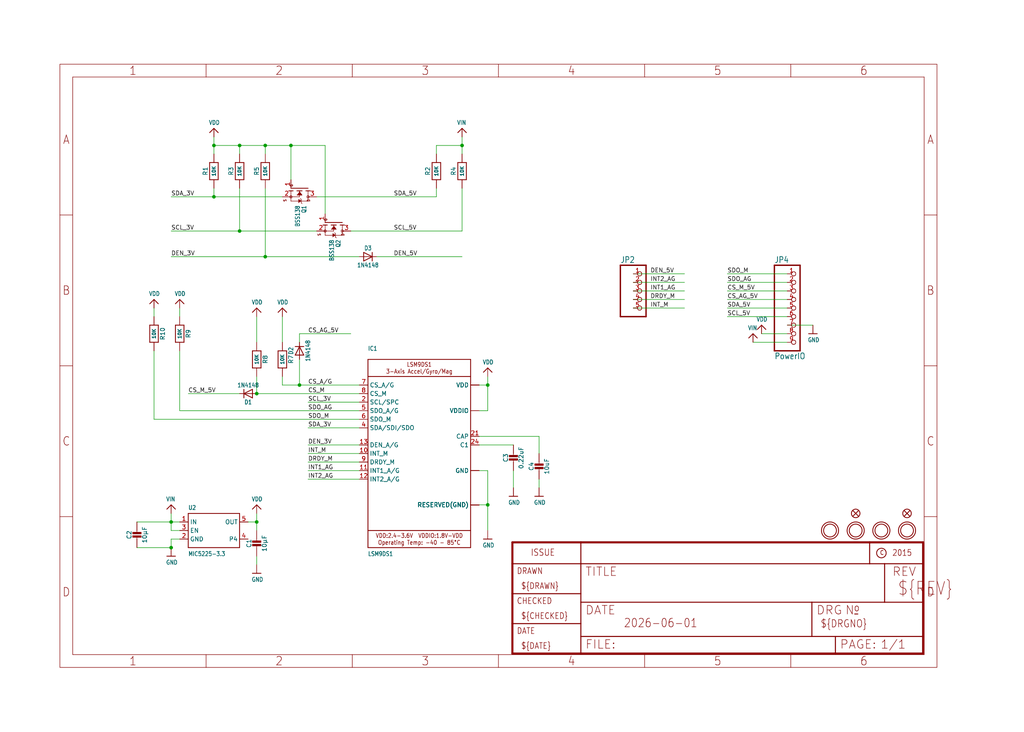
<source format=kicad_sch>
(kicad_sch (version 20230121) (generator eeschema)
  (paper "User" 303.962 217.322)
  (lib_symbols
    (symbol "working-eagle-import:CAP_CERAMIC0805-NOOUTLINE"
      (property "Reference" "C" (at -2.29 1.25 90))
      (symbol "CAP_CERAMIC0805-NOOUTLINE_1_0"
        (rectangle (start -1.27 0.508) (end 1.27 1.016) (fill (type outline)))
        (rectangle (start -1.27 1.524) (end 1.27 2.032) (fill (type outline)))
        (polyline (pts (xy 0 0.762) (xy 0 0)) (stroke (width 0.1524)))
        (polyline (pts (xy 0 2.54) (xy 0 1.778)) (stroke (width 0.1524)))
        (pin passive line (at 0 5.08 270) (length 2.54) (name "1") (number "1"))
        (pin passive line (at 0 -2.54 90) (length 2.54) (name "2") (number "2"))
      )
    )
    (symbol "working-eagle-import:CAP_CERAMIC0805_10MGAP"
      (property "Reference" "C" (at -2.29 1.25 90))
      (symbol "CAP_CERAMIC0805_10MGAP_1_0"
        (rectangle (start -1.27 0.508) (end 1.27 1.016) (fill (type outline)))
        (rectangle (start -1.27 1.524) (end 1.27 2.032) (fill (type outline)))
        (polyline (pts (xy 0 0.762) (xy 0 0)) (stroke (width 0.1524)))
        (polyline (pts (xy 0 2.54) (xy 0 1.778)) (stroke (width 0.1524)))
        (pin passive line (at 0 5.08 270) (length 2.54) (name "1") (number "1"))
        (pin passive line (at 0 -2.54 90) (length 2.54) (name "2") (number "2"))
      )
    )
    (symbol "working-eagle-import:DIODESOD-323"
      (property "Reference" "D" (at 0 2.54 0))
      (symbol "DIODESOD-323_1_0"
        (polyline (pts (xy -1.27 -1.27) (xy 1.27 0)) (stroke (width 0.254)))
        (polyline (pts (xy -1.27 1.27) (xy -1.27 -1.27)) (stroke (width 0.254)))
        (polyline (pts (xy 1.27 0) (xy -1.27 1.27)) (stroke (width 0.254)))
        (polyline (pts (xy 1.27 0) (xy 1.27 -1.27)) (stroke (width 0.254)))
        (polyline (pts (xy 1.27 1.27) (xy 1.27 0)) (stroke (width 0.254)))
        (pin passive line (at -2.54 0 0) (length 2.54) (name "A") (number "A"))
        (pin passive line (at 2.54 0 180) (length 2.54) (name "C") (number "C"))
      )
    )
    (symbol "working-eagle-import:FIDUCIAL{dblquote}{dblquote}"
      (symbol "FIDUCIAL{dblquote}{dblquote}_1_0"
        (polyline (pts (xy -0.762 0.762) (xy 0.762 -0.762)) (stroke (width 0.254)))
        (polyline (pts (xy 0.762 0.762) (xy -0.762 -0.762)) (stroke (width 0.254)))
        (circle (center 0 0) (radius 1.27) (stroke (width 0.254)))
      )
    )
    (symbol "working-eagle-import:FRAME_A4"
      (symbol "FRAME_A4_1_0"
        (polyline (pts (xy 0 44.7675) (xy 3.81 44.7675)))
        (polyline (pts (xy 0 89.535) (xy 3.81 89.535)))
        (polyline (pts (xy 0 134.3025) (xy 3.81 134.3025)))
        (polyline (pts (xy 3.81 3.81) (xy 3.81 175.26)))
        (polyline (pts (xy 43.3917 0) (xy 43.3917 3.81)))
        (polyline (pts (xy 43.3917 175.26) (xy 43.3917 179.07)))
        (polyline (pts (xy 86.7833 0) (xy 86.7833 3.81)))
        (polyline (pts (xy 86.7833 175.26) (xy 86.7833 179.07)))
        (polyline (pts (xy 130.175 0) (xy 130.175 3.81)))
        (polyline (pts (xy 130.175 175.26) (xy 130.175 179.07)))
        (polyline (pts (xy 173.5667 0) (xy 173.5667 3.81)))
        (polyline (pts (xy 173.5667 175.26) (xy 173.5667 179.07)))
        (polyline (pts (xy 216.9583 0) (xy 216.9583 3.81)))
        (polyline (pts (xy 216.9583 175.26) (xy 216.9583 179.07)))
        (polyline (pts (xy 256.54 3.81) (xy 3.81 3.81)))
        (polyline (pts (xy 256.54 3.81) (xy 256.54 8.89)) (stroke (width 0.1016)))
        (polyline (pts (xy 256.54 3.81) (xy 256.54 175.26)))
        (polyline (pts (xy 256.54 8.89) (xy 256.54 13.97)) (stroke (width 0.1016)))
        (polyline (pts (xy 256.54 13.97) (xy 256.54 19.05)) (stroke (width 0.1016)))
        (polyline (pts (xy 256.54 19.05) (xy 256.54 36.83)) (stroke (width 0.1016)))
        (polyline (pts (xy 256.54 44.7675) (xy 260.35 44.7675)))
        (polyline (pts (xy 256.54 89.535) (xy 260.35 89.535)))
        (polyline (pts (xy 256.54 134.3025) (xy 260.35 134.3025)))
        (polyline (pts (xy 256.54 175.26) (xy 3.81 175.26)))
        (polyline (pts (xy 0 0) (xy 260.35 0) (xy 260.35 179.07) (xy 0 179.07) (xy 0 0)))
        (text "1" (at 21.6958 1.905 0) (effects (font (size 2.54 2.286))))
        (text "1" (at 21.6958 177.165 0) (effects (font (size 2.54 2.286))))
        (text "2" (at 65.0875 1.905 0) (effects (font (size 2.54 2.286))))
        (text "2" (at 65.0875 177.165 0) (effects (font (size 2.54 2.286))))
        (text "3" (at 108.4792 1.905 0) (effects (font (size 2.54 2.286))))
        (text "3" (at 108.4792 177.165 0) (effects (font (size 2.54 2.286))))
        (text "4" (at 151.8708 1.905 0) (effects (font (size 2.54 2.286))))
        (text "4" (at 151.8708 177.165 0) (effects (font (size 2.54 2.286))))
        (text "5" (at 195.2625 1.905 0) (effects (font (size 2.54 2.286))))
        (text "5" (at 195.2625 177.165 0) (effects (font (size 2.54 2.286))))
        (text "6" (at 238.6542 1.905 0) (effects (font (size 2.54 2.286))))
        (text "6" (at 238.6542 177.165 0) (effects (font (size 2.54 2.286))))
        (text "A" (at 1.905 156.6863 0) (effects (font (size 2.54 2.286))))
        (text "A" (at 258.445 156.6863 0) (effects (font (size 2.54 2.286))))
        (text "B" (at 1.905 111.9188 0) (effects (font (size 2.54 2.286))))
        (text "B" (at 258.445 111.9188 0) (effects (font (size 2.54 2.286))))
        (text "C" (at 1.905 67.1513 0) (effects (font (size 2.54 2.286))))
        (text "C" (at 258.445 67.1513 0) (effects (font (size 2.54 2.286))))
        (text "D" (at 1.905 22.3838 0) (effects (font (size 2.54 2.286))))
        (text "D" (at 258.445 22.3838 0) (effects (font (size 2.54 2.286))))
      )
      (symbol "FRAME_A4_2_0"
        (polyline (pts (xy -0.3048 1.5748) (xy 20.0152 1.5748)) (stroke (width 0.6096)))
        (polyline (pts (xy -0.3048 10.4648) (xy -0.3048 1.5748)) (stroke (width 0.6096)))
        (polyline (pts (xy -0.3048 10.4648) (xy 20.0152 10.4648)) (stroke (width 0.3048)))
        (polyline (pts (xy -0.3048 19.3548) (xy -0.3048 10.4648)) (stroke (width 0.6096)))
        (polyline (pts (xy -0.3048 19.3548) (xy 20.0152 19.3548)) (stroke (width 0.3048)))
        (polyline (pts (xy -0.3048 28.2448) (xy -0.3048 19.3548)) (stroke (width 0.6096)))
        (polyline (pts (xy -0.3048 28.2448) (xy 20.0152 28.2448)) (stroke (width 0.3048)))
        (polyline (pts (xy -0.3048 34.5948) (xy -0.3048 28.2448)) (stroke (width 0.6096)))
        (polyline (pts (xy 20.0152 1.5748) (xy 20.0152 6.6548)) (stroke (width 0.3048)))
        (polyline (pts (xy 20.0152 1.5748) (xy 95.5802 1.5748)) (stroke (width 0.6096)))
        (polyline (pts (xy 20.0152 6.6548) (xy 20.0152 10.4648)) (stroke (width 0.3048)))
        (polyline (pts (xy 20.0152 6.6548) (xy 88.5952 6.6548)) (stroke (width 0.3048)))
        (polyline (pts (xy 20.0152 10.4648) (xy 20.0152 16.8148)) (stroke (width 0.3048)))
        (polyline (pts (xy 20.0152 16.8148) (xy 20.0152 19.3548)) (stroke (width 0.3048)))
        (polyline (pts (xy 20.0152 19.3548) (xy 20.0152 28.2448)) (stroke (width 0.3048)))
        (polyline (pts (xy 20.0152 28.2448) (xy 20.0152 34.5948)) (stroke (width 0.3048)))
        (polyline (pts (xy 20.0152 28.2448) (xy 105.7402 28.2448)) (stroke (width 0.3048)))
        (polyline (pts (xy 20.0152 34.5948) (xy -0.3048 34.5948)) (stroke (width 0.6096)))
        (polyline (pts (xy 88.5952 6.6548) (xy 95.5802 6.6548)) (stroke (width 0.3048)))
        (polyline (pts (xy 88.5952 16.8148) (xy 20.0152 16.8148)) (stroke (width 0.3048)))
        (polyline (pts (xy 88.5952 16.8148) (xy 88.5952 6.6548)) (stroke (width 0.3048)))
        (polyline (pts (xy 95.5802 1.5748) (xy 121.6152 1.5748)) (stroke (width 0.6096)))
        (polyline (pts (xy 95.5802 6.6548) (xy 95.5802 1.5748)) (stroke (width 0.3048)))
        (polyline (pts (xy 95.5802 6.6548) (xy 121.6152 6.6548)) (stroke (width 0.3048)))
        (polyline (pts (xy 101.2952 13.3223) (xy 102.2477 13.3223)) (stroke (width 0.254)))
        (polyline (pts (xy 105.7402 28.2448) (xy 105.7402 34.5948)) (stroke (width 0.3048)))
        (polyline (pts (xy 105.7402 28.2448) (xy 110.1852 28.2448)) (stroke (width 0.3048)))
        (polyline (pts (xy 105.7402 34.5948) (xy 20.0152 34.5948)) (stroke (width 0.6096)))
        (polyline (pts (xy 110.1852 16.8148) (xy 88.5952 16.8148)) (stroke (width 0.3048)))
        (polyline (pts (xy 110.1852 28.2448) (xy 110.1852 16.8148)) (stroke (width 0.3048)))
        (polyline (pts (xy 110.1852 28.2448) (xy 121.6152 28.2448)) (stroke (width 0.3048)))
        (polyline (pts (xy 121.6152 6.6548) (xy 121.6152 1.5748)) (stroke (width 0.6096)))
        (polyline (pts (xy 121.6152 16.8148) (xy 110.1852 16.8148)) (stroke (width 0.3048)))
        (polyline (pts (xy 121.6152 16.8148) (xy 121.6152 6.6548)) (stroke (width 0.6096)))
        (polyline (pts (xy 121.6152 28.2448) (xy 121.6152 16.8148)) (stroke (width 0.6096)))
        (polyline (pts (xy 121.6152 34.5948) (xy 105.7402 34.5948)) (stroke (width 0.6096)))
        (polyline (pts (xy 121.6152 34.5948) (xy 121.6152 28.2448)) (stroke (width 0.6096)))
        (circle (center 109.2327 31.4198) (radius 1.4199) (stroke (width 0.254)))
        (text "${#}/${##}" (at 108.9152 2.8448 0) (effects (font (size 2.54 2.54)) (justify left bottom)))
        (text "${CHECKED}" (at 2.2352 11.7348 0) (effects (font (size 1.778 1.5113)) (justify left bottom)))
        (text "${COMPANY}" (at 23.349 29.6735 0) (effects (font (size 3.175 2.6987) (thickness 0.5397) bold) (justify left bottom)))
        (text "${CURRENT_DATE}" (at 32.7152 9.1948 0) (effects (font (size 2.54 2.159)) (justify left bottom)))
        (text "${DATE}" (at 2.2352 2.8448 0) (effects (font (size 1.778 1.5113)) (justify left bottom)))
        (text "${DRAWN}" (at 2.2352 20.6248 0) (effects (font (size 1.778 1.5113)) (justify left bottom)))
        (text "${DRGNO}" (at 91.1352 9.1948 0) (effects (font (size 2.1844 1.8567)) (justify left bottom)))
        (text "${PROJECTNAME}" (at 33.0327 2.8448 0) (effects (font (size 2.54 2.159)) (justify left bottom)))
        (text "${REV}" (at 113.9952 18.7198 0) (effects (font (size 3.81 3.2385)) (justify left bottom)))
        (text "2015" (at 112.4077 30.4673 0) (effects (font (size 1.778 1.5113)) (justify left bottom)))
        (text "C" (at 108.7564 30.7848 0) (effects (font (size 1.27 1.0795)) (justify left bottom)))
        (text "CHECKED" (at 0.9652 16.1798 0) (effects (font (size 1.778 1.5113)) (justify left bottom)))
        (text "DATE" (at 0.9652 7.2898 0) (effects (font (size 1.778 1.5113)) (justify left bottom)))
        (text "DATE" (at 21.2852 13.0048 0) (effects (font (size 2.54 2.54)) (justify left bottom)))
        (text "DRAWN" (at 0.9652 25.0698 0) (effects (font (size 1.778 1.5113)) (justify left bottom)))
        (text "DRG" (at 89.8652 13.0048 0) (effects (font (size 2.54 2.54)) (justify left bottom)))
        (text "FILE:" (at 21.2852 2.8448 0) (effects (font (size 2.54 2.54)) (justify left bottom)))
        (text "ISSUE" (at 5.0927 30.4673 0) (effects (font (size 1.9304 1.6408)) (justify left bottom)))
        (text "N" (at 98.4377 13.0048 0) (effects (font (size 2.54 2.54)) (justify left bottom)))
        (text "o" (at 100.9777 13.9573 0) (effects (font (size 2.1844 1.8567)) (justify left bottom)))
        (text "PAGE:" (at 96.8502 2.8448 0) (effects (font (size 2.54 2.54)) (justify left bottom)))
        (text "REV" (at 112.4077 24.4348 0) (effects (font (size 2.54 2.54)) (justify left bottom)))
        (text "TITLE" (at 21.2852 24.4348 0) (effects (font (size 2.54 2.54)) (justify left bottom)))
      )
    )
    (symbol "working-eagle-import:GND" (power)
      (property "Value" "GND" (at -1.524 -2.54 0))
      (symbol "GND_1_0"
        (polyline (pts (xy -1.27 0) (xy 1.27 0)) (stroke (width 0.254)))
        (pin power_in line (at 0 2.54 270) (length 2.54) (name "GND") (number "1"))
      )
    )
    (symbol "working-eagle-import:HEADER-1X570MIL"
      (property "Reference" "JP" (at -6.35 8.255 0))
      (symbol "HEADER-1X570MIL_1_0"
        (polyline (pts (xy -6.35 -7.62) (xy 1.27 -7.62)) (stroke (width 0.4064)))
        (polyline (pts (xy -6.35 7.62) (xy -6.35 -7.62)) (stroke (width 0.4064)))
        (polyline (pts (xy 1.27 -7.62) (xy 1.27 7.62)) (stroke (width 0.4064)))
        (polyline (pts (xy 1.27 7.62) (xy -6.35 7.62)) (stroke (width 0.4064)))
        (pin passive inverted (at -2.54 5.08 0) (length 2.54) (name "1") (number "1"))
        (pin passive inverted (at -2.54 2.54 0) (length 2.54) (name "2") (number "2"))
        (pin passive inverted (at -2.54 0 0) (length 2.54) (name "3") (number "3"))
        (pin passive inverted (at -2.54 -2.54 0) (length 2.54) (name "4") (number "4"))
        (pin passive inverted (at -2.54 -5.08 0) (length 2.54) (name "5") (number "5"))
      )
    )
    (symbol "working-eagle-import:HEADER-1X970MIL"
      (property "Reference" "JP" (at -6.35 13.335 0))
      (symbol "HEADER-1X970MIL_1_0"
        (polyline (pts (xy -6.35 -12.7) (xy 1.27 -12.7)) (stroke (width 0.4064)))
        (polyline (pts (xy -6.35 12.7) (xy -6.35 -12.7)) (stroke (width 0.4064)))
        (polyline (pts (xy 1.27 -12.7) (xy 1.27 12.7)) (stroke (width 0.4064)))
        (polyline (pts (xy 1.27 12.7) (xy -6.35 12.7)) (stroke (width 0.4064)))
        (pin passive inverted (at -2.54 10.16 0) (length 2.54) (name "1") (number "1"))
        (pin passive inverted (at -2.54 7.62 0) (length 2.54) (name "2") (number "2"))
        (pin passive inverted (at -2.54 5.08 0) (length 2.54) (name "3") (number "3"))
        (pin passive inverted (at -2.54 2.54 0) (length 2.54) (name "4") (number "4"))
        (pin passive inverted (at -2.54 0 0) (length 2.54) (name "5") (number "5"))
        (pin passive inverted (at -2.54 -2.54 0) (length 2.54) (name "6") (number "6"))
        (pin passive inverted (at -2.54 -5.08 0) (length 2.54) (name "7") (number "7"))
        (pin passive inverted (at -2.54 -7.62 0) (length 2.54) (name "8") (number "8"))
        (pin passive inverted (at -2.54 -10.16 0) (length 2.54) (name "9") (number "9"))
      )
    )
    (symbol "working-eagle-import:LSM9DS1"
      (property "Reference" "IC" (at -15.24 27.94 0))
      (symbol "LSM9DS1_1_0"
        (polyline (pts (xy -15.24 -30.48) (xy 15.24 -30.48)) (stroke (width 0.254)))
        (polyline (pts (xy -15.24 -25.4) (xy -15.24 -30.48)) (stroke (width 0.254)))
        (polyline (pts (xy -15.24 -25.4) (xy -15.24 20.32)) (stroke (width 0.254)))
        (polyline (pts (xy -15.24 20.32) (xy -15.24 25.4)) (stroke (width 0.254)))
        (polyline (pts (xy -15.24 20.32) (xy 15.24 20.32)) (stroke (width 0.254)))
        (polyline (pts (xy -15.24 25.4) (xy 15.24 25.4)) (stroke (width 0.254)))
        (polyline (pts (xy 15.24 -30.48) (xy 15.24 -25.4)) (stroke (width 0.254)))
        (polyline (pts (xy 15.24 -25.4) (xy -15.24 -25.4)) (stroke (width 0.254)))
        (polyline (pts (xy 15.24 20.32) (xy 15.24 -25.4)) (stroke (width 0.254)))
        (polyline (pts (xy 15.24 25.4) (xy 15.24 20.32)) (stroke (width 0.254)))
        (text "LSM9DS1\n3-Axis Accel/Gyro/Mag" (at 0 22.86 0) (effects (font (size 1.27 1.0795))))
        (text "VDD:2.4-3.6V  VDDIO:1.8V-VDD\nOperating Temp: -40 - 85°C" (at 0 -27.94 0) (effects (font (size 1.27 1.0795))))
        (pin power_in line (at 17.78 10.16 180) (length 2.54) (name "VDDIO") (number "1"))
        (pin bidirectional line (at -17.78 -2.54 0) (length 2.54) (name "INT_M") (number "10"))
        (pin bidirectional line (at -17.78 -7.62 0) (length 2.54) (name "INT1_A/G") (number "11"))
        (pin bidirectional line (at -17.78 -10.16 0) (length 2.54) (name "INT2_A/G") (number "12"))
        (pin bidirectional line (at -17.78 0 0) (length 2.54) (name "DEN_A/G") (number "13"))
        (pin power_in line (at 17.78 -17.78 180) (length 2.54) (name "RESERVED(GND)") (number "14"))
        (pin power_in line (at 17.78 -17.78 180) (length 2.54) (name "RESERVED(GND)") (number "15"))
        (pin power_in line (at 17.78 -17.78 180) (length 2.54) (name "RESERVED(GND)") (number "16"))
        (pin power_in line (at 17.78 -17.78 180) (length 2.54) (name "RESERVED(GND)") (number "17"))
        (pin power_in line (at 17.78 -17.78 180) (length 2.54) (name "RESERVED(GND)") (number "18"))
        (pin power_in line (at 17.78 -7.62 180) (length 2.54) (name "GND") (number "19"))
        (pin bidirectional line (at -17.78 12.7 0) (length 2.54) (name "SCL/SPC") (number "2"))
        (pin power_in line (at 17.78 -7.62 180) (length 2.54) (name "GND") (number "20"))
        (pin bidirectional line (at 17.78 2.54 180) (length 2.54) (name "CAP") (number "21"))
        (pin power_in line (at 17.78 17.78 180) (length 2.54) (name "VDD") (number "22"))
        (pin power_in line (at 17.78 17.78 180) (length 2.54) (name "VDD") (number "23"))
        (pin bidirectional line (at 17.78 0 180) (length 2.54) (name "C1") (number "24"))
        (pin power_in line (at 17.78 10.16 180) (length 2.54) (name "VDDIO") (number "3"))
        (pin bidirectional line (at -17.78 5.08 0) (length 2.54) (name "SDA/SDI/SDO") (number "4"))
        (pin bidirectional line (at -17.78 10.16 0) (length 2.54) (name "SDO_A/G") (number "5"))
        (pin bidirectional line (at -17.78 7.62 0) (length 2.54) (name "SDO_M") (number "6"))
        (pin bidirectional line (at -17.78 17.78 0) (length 2.54) (name "CS_A/G") (number "7"))
        (pin bidirectional line (at -17.78 15.24 0) (length 2.54) (name "CS_M") (number "8"))
        (pin bidirectional line (at -17.78 -5.08 0) (length 2.54) (name "DRDY_M") (number "9"))
      )
    )
    (symbol "working-eagle-import:MOSFET-NWIDE"
      (property "Reference" "Q" (at 5.08 0.635 0))
      (symbol "MOSFET-NWIDE_1_0"
        (polyline (pts (xy 0 2.54) (xy 0 -2.54)) (stroke (width 0.254)))
        (polyline (pts (xy 0.762 -2.54) (xy 0.762 -3.175)) (stroke (width 0.254)))
        (polyline (pts (xy 0.762 -1.905) (xy 0.762 -2.54)) (stroke (width 0.254)))
        (polyline (pts (xy 0.762 0) (xy 0.762 -0.762)) (stroke (width 0.254)))
        (polyline (pts (xy 0.762 0) (xy 2.54 0)) (stroke (width 0.1524)))
        (polyline (pts (xy 0.762 0.762) (xy 0.762 0)) (stroke (width 0.254)))
        (polyline (pts (xy 0.762 2.54) (xy 0.762 1.905)) (stroke (width 0.254)))
        (polyline (pts (xy 0.762 2.54) (xy 3.81 2.54)) (stroke (width 0.1524)))
        (polyline (pts (xy 0.762 3.175) (xy 0.762 2.54)) (stroke (width 0.254)))
        (polyline (pts (xy 2.54 -2.54) (xy 0.762 -2.54)) (stroke (width 0.1524)))
        (polyline (pts (xy 2.54 -2.54) (xy 3.81 -2.54)) (stroke (width 0.1524)))
        (polyline (pts (xy 2.54 0) (xy 2.54 -2.54)) (stroke (width 0.1524)))
        (polyline (pts (xy 3.302 0.508) (xy 3.048 0.254)) (stroke (width 0.1524)))
        (polyline (pts (xy 3.81 0.508) (xy 3.302 0.508)) (stroke (width 0.1524)))
        (polyline (pts (xy 3.81 0.508) (xy 3.81 -2.54)) (stroke (width 0.1524)))
        (polyline (pts (xy 3.81 2.54) (xy 3.81 0.508)) (stroke (width 0.1524)))
        (polyline (pts (xy 4.318 0.508) (xy 3.81 0.508)) (stroke (width 0.1524)))
        (polyline (pts (xy 4.572 0.762) (xy 4.318 0.508)) (stroke (width 0.1524)))
        (polyline (pts (xy 1.016 0) (xy 2.032 0.762) (xy 2.032 -0.762)) (stroke (width 0.1524)) (fill (type outline)))
        (polyline (pts (xy 3.81 0.508) (xy 3.302 -0.254) (xy 4.318 -0.254)) (stroke (width 0.1524)) (fill (type outline)))
        (circle (center 2.54 -2.54) (radius 0.3592))
        (circle (center 2.54 2.54) (radius 0.3592))
        (text "D" (at 3.175 3.175 0) (effects (font (size 0.8128 0.6908)) (justify left bottom)))
        (text "G" (at -1.27 -1.905 0) (effects (font (size 0.8128 0.6908)) (justify left bottom)))
        (text "S" (at 3.175 -3.81 0) (effects (font (size 0.8128 0.6908)) (justify left bottom)))
        (pin bidirectional line (at -2.54 -2.54 0) (length 2.54) (name "G") (number "1"))
        (pin bidirectional line (at 2.54 -5.08 90) (length 2.54) (name "S") (number "2"))
        (pin bidirectional line (at 2.54 5.08 270) (length 2.54) (name "D") (number "3"))
      )
    )
    (symbol "working-eagle-import:MOUNTINGHOLE2.5"
      (symbol "MOUNTINGHOLE2.5_1_0"
        (circle (center 0 0) (radius 1.905) (stroke (width 0.254)))
        (circle (center 0 0) (radius 2.54) (stroke (width 0.254)))
      )
    )
    (symbol "working-eagle-import:RESISTOR0805_10MGAP"
      (property "Reference" "R" (at 0 2.54 0))
      (symbol "RESISTOR0805_10MGAP_1_0"
        (polyline (pts (xy -2.54 -1.27) (xy -2.54 1.27)) (stroke (width 0.254)))
        (polyline (pts (xy -2.54 1.27) (xy 2.54 1.27)) (stroke (width 0.254)))
        (polyline (pts (xy 2.54 -1.27) (xy -2.54 -1.27)) (stroke (width 0.254)))
        (polyline (pts (xy 2.54 1.27) (xy 2.54 -1.27)) (stroke (width 0.254)))
        (pin passive line (at -5.08 0 0) (length 2.54) (name "1") (number "1"))
        (pin passive line (at 5.08 0 180) (length 2.54) (name "2") (number "2"))
      )
    )
    (symbol "working-eagle-import:RESISTOR0805_NOOUTLINE"
      (property "Reference" "R" (at 0 2.54 0))
      (symbol "RESISTOR0805_NOOUTLINE_1_0"
        (polyline (pts (xy -2.54 -1.27) (xy -2.54 1.27)) (stroke (width 0.254)))
        (polyline (pts (xy -2.54 1.27) (xy 2.54 1.27)) (stroke (width 0.254)))
        (polyline (pts (xy 2.54 -1.27) (xy -2.54 -1.27)) (stroke (width 0.254)))
        (polyline (pts (xy 2.54 1.27) (xy 2.54 -1.27)) (stroke (width 0.254)))
        (pin passive line (at -5.08 0 0) (length 2.54) (name "1") (number "1"))
        (pin passive line (at 5.08 0 180) (length 2.54) (name "2") (number "2"))
      )
    )
    (symbol "working-eagle-import:VDD" (power)
      (property "Value" "VDD" (at -1.524 1.016 0))
      (symbol "VDD_1_0"
        (polyline (pts (xy -1.27 -1.27) (xy 0 0)) (stroke (width 0.254)))
        (polyline (pts (xy 0 0) (xy 1.27 -1.27)) (stroke (width 0.254)))
        (pin power_in line (at 0 -2.54 90) (length 2.54) (name "VDD") (number "1"))
      )
    )
    (symbol "working-eagle-import:VIN" (power)
      (property "Value" "VIN" (at -1.524 1.016 0))
      (symbol "VIN_1_0"
        (polyline (pts (xy -1.27 -1.27) (xy 0 0)) (stroke (width 0.254)))
        (polyline (pts (xy 0 0) (xy 1.27 -1.27)) (stroke (width 0.254)))
        (pin power_in line (at 0 -2.54 90) (length 2.54) (name "VIN") (number "1"))
      )
    )
    (symbol "working-eagle-import:VREG_SOT23-5"
      (property "Reference" "U" (at -7.62 6.096 0))
      (symbol "VREG_SOT23-5_1_0"
        (polyline (pts (xy -7.62 -5.08) (xy -7.62 5.08)) (stroke (width 0.254)))
        (polyline (pts (xy -7.62 5.08) (xy 7.62 5.08)) (stroke (width 0.254)))
        (polyline (pts (xy 7.62 -5.08) (xy -7.62 -5.08)) (stroke (width 0.254)))
        (polyline (pts (xy 7.62 5.08) (xy 7.62 -5.08)) (stroke (width 0.254)))
        (pin power_in line (at -10.16 2.54 0) (length 2.54) (name "IN") (number "1"))
        (pin power_in line (at -10.16 -2.54 0) (length 2.54) (name "GND") (number "2"))
        (pin input line (at -10.16 0 0) (length 2.54) (name "EN") (number "3"))
        (pin bidirectional line (at 10.16 -2.54 180) (length 2.54) (name "P4") (number "4"))
        (pin power_in line (at 10.16 2.54 180) (length 2.54) (name "OUT") (number "5"))
      )
    )
  )
  (junction (at 50.8 162.56))
  (junction (at 144.78 114.3))
  (junction (at 78.74 43.18))
  (junction (at 63.5 58.42))
  (junction (at 71.12 68.58))
  (junction (at 76.2 154.94))
  (junction (at 88.9 114.3))
  (junction (at 86.36 43.18))
  (junction (at 137.16 43.18))
  (junction (at 78.74 76.2))
  (junction (at 144.78 149.86))
  (junction (at 76.2 116.84))
  (junction (at 63.5 43.18))
  (junction (at 71.12 43.18))
  (junction (at 50.8 154.94))
  (wire (pts (xy 76.2 116.84) (xy 76.2 111.76)) (stroke (width 0.1524)))
  (wire (pts (xy 63.5 58.42) (xy 50.8 58.42)) (stroke (width 0.1524)))
  (wire (pts (xy 142.24 132.08) (xy 152.4 132.08)) (stroke (width 0.1524)))
  (wire (pts (xy 53.34 160.02) (xy 50.8 160.02)) (stroke (width 0.1524)))
  (wire (pts (xy 93.98 68.58) (xy 71.12 68.58)) (stroke (width 0.1524)))
  (wire (pts (xy 203.2 91.44) (xy 187.96 91.44)) (stroke (width 0.1524)))
  (wire (pts (xy 233.68 96.52) (xy 241.3 96.52)) (stroke (width 0.1524)))
  (wire (pts (xy 160.02 142.24) (xy 160.02 144.78)) (stroke (width 0.1524)))
  (wire (pts (xy 106.68 114.3) (xy 88.9 114.3)) (stroke (width 0.1524)))
  (wire (pts (xy 83.82 114.3) (xy 83.82 111.76)) (stroke (width 0.1524)))
  (wire (pts (xy 88.9 99.06) (xy 104.14 99.06)) (stroke (width 0.1524)))
  (wire (pts (xy 63.5 55.88) (xy 63.5 58.42)) (stroke (width 0.1524)))
  (wire (pts (xy 187.96 81.28) (xy 203.2 81.28)) (stroke (width 0.1524)))
  (wire (pts (xy 50.8 160.02) (xy 50.8 162.56)) (stroke (width 0.1524)))
  (wire (pts (xy 106.68 116.84) (xy 76.2 116.84)) (stroke (width 0.1524)))
  (wire (pts (xy 144.78 121.92) (xy 144.78 114.3)) (stroke (width 0.1524)))
  (wire (pts (xy 40.64 162.56) (xy 50.8 162.56)) (stroke (width 0.1524)))
  (wire (pts (xy 106.68 76.2) (xy 78.74 76.2)) (stroke (width 0.1524)))
  (wire (pts (xy 86.36 43.18) (xy 78.74 43.18)) (stroke (width 0.1524)))
  (wire (pts (xy 93.98 58.42) (xy 129.54 58.42)) (stroke (width 0.1524)))
  (wire (pts (xy 96.52 43.18) (xy 86.36 43.18)) (stroke (width 0.1524)))
  (wire (pts (xy 106.68 139.7) (xy 91.44 139.7)) (stroke (width 0.1524)))
  (wire (pts (xy 76.2 165.1) (xy 76.2 167.64)) (stroke (width 0.1524)))
  (wire (pts (xy 50.8 157.48) (xy 50.8 154.94)) (stroke (width 0.1524)))
  (wire (pts (xy 53.34 93.98) (xy 53.34 91.44)) (stroke (width 0.1524)))
  (wire (pts (xy 88.9 114.3) (xy 88.9 106.68)) (stroke (width 0.1524)))
  (wire (pts (xy 152.4 144.78) (xy 152.4 139.7)) (stroke (width 0.1524)))
  (wire (pts (xy 223.52 101.6) (xy 233.68 101.6)) (stroke (width 0.1524)))
  (wire (pts (xy 71.12 68.58) (xy 50.8 68.58)) (stroke (width 0.1524)))
  (wire (pts (xy 78.74 43.18) (xy 78.74 45.72)) (stroke (width 0.1524)))
  (wire (pts (xy 137.16 45.72) (xy 137.16 43.18)) (stroke (width 0.1524)))
  (wire (pts (xy 111.76 76.2) (xy 137.16 76.2)) (stroke (width 0.1524)))
  (wire (pts (xy 233.68 93.98) (xy 215.9 93.98)) (stroke (width 0.1524)))
  (wire (pts (xy 96.52 63.5) (xy 96.52 43.18)) (stroke (width 0.1524)))
  (wire (pts (xy 83.82 101.6) (xy 83.82 93.98)) (stroke (width 0.1524)))
  (wire (pts (xy 137.16 68.58) (xy 137.16 55.88)) (stroke (width 0.1524)))
  (wire (pts (xy 142.24 149.86) (xy 144.78 149.86)) (stroke (width 0.1524)))
  (wire (pts (xy 144.78 114.3) (xy 144.78 111.76)) (stroke (width 0.1524)))
  (wire (pts (xy 106.68 137.16) (xy 91.44 137.16)) (stroke (width 0.1524)))
  (wire (pts (xy 83.82 114.3) (xy 88.9 114.3)) (stroke (width 0.1524)))
  (wire (pts (xy 88.9 101.6) (xy 88.9 99.06)) (stroke (width 0.1524)))
  (wire (pts (xy 76.2 101.6) (xy 76.2 93.98)) (stroke (width 0.1524)))
  (wire (pts (xy 142.24 139.7) (xy 144.78 139.7)) (stroke (width 0.1524)))
  (wire (pts (xy 78.74 43.18) (xy 71.12 43.18)) (stroke (width 0.1524)))
  (wire (pts (xy 78.74 76.2) (xy 50.8 76.2)) (stroke (width 0.1524)))
  (wire (pts (xy 142.24 121.92) (xy 144.78 121.92)) (stroke (width 0.1524)))
  (wire (pts (xy 73.66 154.94) (xy 76.2 154.94)) (stroke (width 0.1524)))
  (wire (pts (xy 40.64 154.94) (xy 50.8 154.94)) (stroke (width 0.1524)))
  (wire (pts (xy 86.36 53.34) (xy 86.36 43.18)) (stroke (width 0.1524)))
  (wire (pts (xy 45.72 93.98) (xy 45.72 91.44)) (stroke (width 0.1524)))
  (wire (pts (xy 106.68 134.62) (xy 91.44 134.62)) (stroke (width 0.1524)))
  (wire (pts (xy 203.2 83.82) (xy 187.96 83.82)) (stroke (width 0.1524)))
  (wire (pts (xy 106.68 124.46) (xy 45.72 124.46)) (stroke (width 0.1524)))
  (wire (pts (xy 142.24 114.3) (xy 144.78 114.3)) (stroke (width 0.1524)))
  (wire (pts (xy 106.68 142.24) (xy 91.44 142.24)) (stroke (width 0.1524)))
  (wire (pts (xy 63.5 43.18) (xy 63.5 40.64)) (stroke (width 0.1524)))
  (wire (pts (xy 104.14 68.58) (xy 137.16 68.58)) (stroke (width 0.1524)))
  (wire (pts (xy 106.68 132.08) (xy 91.44 132.08)) (stroke (width 0.1524)))
  (wire (pts (xy 53.34 121.92) (xy 53.34 104.14)) (stroke (width 0.1524)))
  (wire (pts (xy 106.68 121.92) (xy 53.34 121.92)) (stroke (width 0.1524)))
  (wire (pts (xy 50.8 154.94) (xy 50.8 152.4)) (stroke (width 0.1524)))
  (wire (pts (xy 137.16 43.18) (xy 137.16 40.64)) (stroke (width 0.1524)))
  (wire (pts (xy 45.72 124.46) (xy 45.72 104.14)) (stroke (width 0.1524)))
  (wire (pts (xy 76.2 154.94) (xy 76.2 152.4)) (stroke (width 0.1524)))
  (wire (pts (xy 129.54 58.42) (xy 129.54 55.88)) (stroke (width 0.1524)))
  (wire (pts (xy 83.82 58.42) (xy 63.5 58.42)) (stroke (width 0.1524)))
  (wire (pts (xy 106.68 127) (xy 91.44 127)) (stroke (width 0.1524)))
  (wire (pts (xy 203.2 88.9) (xy 187.96 88.9)) (stroke (width 0.1524)))
  (wire (pts (xy 215.9 86.36) (xy 233.68 86.36)) (stroke (width 0.1524)))
  (wire (pts (xy 71.12 116.84) (xy 55.88 116.84)) (stroke (width 0.1524)))
  (wire (pts (xy 106.68 119.38) (xy 91.44 119.38)) (stroke (width 0.1524)))
  (wire (pts (xy 78.74 76.2) (xy 78.74 55.88)) (stroke (width 0.1524)))
  (wire (pts (xy 53.34 157.48) (xy 50.8 157.48)) (stroke (width 0.1524)))
  (wire (pts (xy 63.5 45.72) (xy 63.5 43.18)) (stroke (width 0.1524)))
  (wire (pts (xy 76.2 154.94) (xy 76.2 157.48)) (stroke (width 0.1524)))
  (wire (pts (xy 233.68 91.44) (xy 215.9 91.44)) (stroke (width 0.1524)))
  (wire (pts (xy 71.12 45.72) (xy 71.12 43.18)) (stroke (width 0.1524)))
  (wire (pts (xy 129.54 43.18) (xy 137.16 43.18)) (stroke (width 0.1524)))
  (wire (pts (xy 144.78 149.86) (xy 144.78 157.48)) (stroke (width 0.1524)))
  (wire (pts (xy 71.12 43.18) (xy 63.5 43.18)) (stroke (width 0.1524)))
  (wire (pts (xy 144.78 139.7) (xy 144.78 149.86)) (stroke (width 0.1524)))
  (wire (pts (xy 233.68 83.82) (xy 215.9 83.82)) (stroke (width 0.1524)))
  (wire (pts (xy 129.54 45.72) (xy 129.54 43.18)) (stroke (width 0.1524)))
  (wire (pts (xy 142.24 129.54) (xy 160.02 129.54)) (stroke (width 0.1524)))
  (wire (pts (xy 71.12 55.88) (xy 71.12 68.58)) (stroke (width 0.1524)))
  (wire (pts (xy 53.34 154.94) (xy 50.8 154.94)) (stroke (width 0.1524)))
  (wire (pts (xy 203.2 86.36) (xy 187.96 86.36)) (stroke (width 0.1524)))
  (wire (pts (xy 233.68 88.9) (xy 215.9 88.9)) (stroke (width 0.1524)))
  (wire (pts (xy 233.68 81.28) (xy 215.9 81.28)) (stroke (width 0.1524)))
  (wire (pts (xy 160.02 129.54) (xy 160.02 134.62)) (stroke (width 0.1524)))
  (wire (pts (xy 226.06 99.06) (xy 233.68 99.06)) (stroke (width 0.1524)))
  (label "SDO_AG" (at 91.44 121.92 0) (effects (font (size 1.2446 1.2446))))
  (label "CS_M" (at 91.44 116.84 0) (effects (font (size 1.2446 1.2446))))
  (label "DRDY_M" (at 193.04 88.9 0) (effects (font (size 1.2446 1.2446))))
  (label "SDA_3V" (at 91.44 127 0) (effects (font (size 1.2446 1.2446))))
  (label "DEN_5V" (at 193.04 81.28 0) (effects (font (size 1.2446 1.2446))))
  (label "CS_M_5V" (at 55.88 116.84 0) (effects (font (size 1.2446 1.2446))))
  (label "INT1_AG" (at 91.44 139.7 0) (effects (font (size 1.2446 1.2446))))
  (label "SDO_M" (at 91.44 124.46 0) (effects (font (size 1.2446 1.2446))))
  (label "SDA_5V" (at 116.84 58.42 0) (effects (font (size 1.2446 1.2446))))
  (label "CS_A/G" (at 91.44 114.3 0) (effects (font (size 1.2446 1.2446))))
  (label "SCL_3V" (at 50.8 68.58 0) (effects (font (size 1.2446 1.2446))))
  (label "DEN_3V" (at 50.8 76.2 0) (effects (font (size 1.2446 1.2446))))
  (label "INT1_AG" (at 193.04 86.36 0) (effects (font (size 1.2446 1.2446))))
  (label "CS_AG_5V" (at 215.9 88.9 0) (effects (font (size 1.2446 1.2446))))
  (label "SDO_M" (at 215.9 81.28 0) (effects (font (size 1.2446 1.2446))))
  (label "INT_M" (at 91.44 134.62 0) (effects (font (size 1.2446 1.2446))))
  (label "CS_AG_5V" (at 91.44 99.06 0) (effects (font (size 1.2446 1.2446))))
  (label "DEN_5V" (at 116.84 76.2 0) (effects (font (size 1.2446 1.2446))))
  (label "INT_M" (at 193.04 91.44 0) (effects (font (size 1.2446 1.2446))))
  (label "DEN_3V" (at 91.44 132.08 0) (effects (font (size 1.2446 1.2446))))
  (label "CS_M_5V" (at 215.9 86.36 0) (effects (font (size 1.2446 1.2446))))
  (label "DRDY_M" (at 91.44 137.16 0) (effects (font (size 1.2446 1.2446))))
  (label "SDA_3V" (at 50.8 58.42 0) (effects (font (size 1.2446 1.2446))))
  (label "INT2_AG" (at 91.44 142.24 0) (effects (font (size 1.2446 1.2446))))
  (label "SCL_5V" (at 215.9 93.98 0) (effects (font (size 1.2446 1.2446))))
  (label "SCL_5V" (at 116.84 68.58 0) (effects (font (size 1.2446 1.2446))))
  (label "SDA_5V" (at 215.9 91.44 0) (effects (font (size 1.2446 1.2446))))
  (label "SDO_AG" (at 215.9 83.82 0) (effects (font (size 1.2446 1.2446))))
  (label "INT2_AG" (at 193.04 83.82 0) (effects (font (size 1.2446 1.2446))))
  (label "SCL_3V" (at 91.44 119.38 0) (effects (font (size 1.2446 1.2446))))
  (symbol (lib_id "working-eagle-import:MOUNTINGHOLE2.5") (at 254 157.48 0) (unit 1)
    (property "Reference" "U$6" (effects hide))
    (property "Value" "MOUNTINGHOLE2.5" (effects hide))
    (property "Footprint" "working:MOUNTINGHOLE_2.5_PLATED" (effects hide))
  )
  (symbol (lib_id "working-eagle-import:MOUNTINGHOLE2.5") (at 269.24 157.48 0) (unit 1)
    (property "Reference" "U$4" (effects hide))
    (property "Value" "MOUNTINGHOLE2.5" (effects hide))
    (property "Footprint" "working:MOUNTINGHOLE_2.5_PLATED" (effects hide))
  )
  (symbol (lib_id "working-eagle-import:RESISTOR0805_NOOUTLINE") (at 71.12 50.8 90) (unit 1)
    (property "Reference" "R3" (at 68.58 50.8 0))
    (property "Value" "10K" (at 71.12 50.8 0) (effects (font (size 1.016 1.016) bold)))
    (property "Footprint" "working:0805-NO" (effects hide))
  )
  (symbol (lib_id "working-eagle-import:FRAME_A4") (at 17.78 198.12 0) (unit 1)
    (property "Reference" "#FRAME1" (effects hide))
    (property "Value" "FRAME_A4" (effects hide))
  )
  (symbol (lib_id "working-eagle-import:RESISTOR0805_10MGAP") (at 63.5 50.8 90) (unit 1)
    (property "Reference" "R1" (at 60.96 50.8 0))
    (property "Value" "10K" (at 63.5 50.8 0) (effects (font (size 1.016 1.016) bold)))
    (property "Footprint" "working:0805_10MGAP" (effects hide))
  )
  (symbol (lib_id "working-eagle-import:HEADER-1X970MIL") (at 236.22 91.44 0) (unit 1)
    (property "Reference" "JP4" (at 229.87 78.105 0) (effects (font (size 1.778 1.5113)) (justify left bottom)))
    (property "Value" "PowerIO" (at 229.87 106.68 0) (effects (font (size 1.778 1.5113)) (justify left bottom)))
    (property "Footprint" "working:1X09_ROUND_70" (effects hide))
  )
  (symbol (lib_id "working-eagle-import:MOSFET-NWIDE") (at 99.06 66.04 270) (unit 1)
    (property "Reference" "Q2" (at 99.695 71.12 0) (effects (font (size 1.27 1.0795)) (justify left bottom)))
    (property "Value" "BSS138" (at 97.79 71.12 0) (effects (font (size 1.27 1.0795)) (justify left bottom)))
    (property "Footprint" "working:SOT23-WIDE" (effects hide))
  )
  (symbol (lib_id "working-eagle-import:RESISTOR0805_NOOUTLINE") (at 129.54 50.8 90) (unit 1)
    (property "Reference" "R2" (at 127 50.8 0))
    (property "Value" "10K" (at 129.54 50.8 0) (effects (font (size 1.016 1.016) bold)))
    (property "Footprint" "working:0805-NO" (effects hide))
  )
  (symbol (lib_id "working-eagle-import:HEADER-1X570MIL") (at 190.5 86.36 0) (unit 1)
    (property "Reference" "JP2" (at 184.15 78.105 0) (effects (font (size 1.778 1.5113)) (justify left bottom)))
    (property "Value" "HEADER-1X570MIL" (effects hide))
    (property "Footprint" "working:1X05_ROUND_70" (effects hide))
  )
  (symbol (lib_id "working-eagle-import:VIN") (at 137.16 38.1 0) (unit 1)
    (property "Reference" "#U$15" (effects hide))
    (property "Value" "VIN" (at 135.636 37.084 0) (effects (font (size 1.27 1.0795)) (justify left bottom)))
  )
  (symbol (lib_id "working-eagle-import:VDD") (at 76.2 149.86 0) (unit 1)
    (property "Reference" "#U$18" (effects hide))
    (property "Value" "VDD" (at 74.676 148.844 0) (effects (font (size 1.27 1.0795)) (justify left bottom)))
  )
  (symbol (lib_id "working-eagle-import:VREG_SOT23-5") (at 63.5 157.48 0) (unit 1)
    (property "Reference" "U2" (at 55.88 151.384 0) (effects (font (size 1.27 1.0795)) (justify left bottom)))
    (property "Value" "MIC5225-3.3" (at 55.88 165.1 0) (effects (font (size 1.27 1.0795)) (justify left bottom)))
    (property "Footprint" "working:SOT23-5" (effects hide))
  )
  (symbol (lib_id "working-eagle-import:DIODESOD-323") (at 88.9 104.14 90) (unit 1)
    (property "Reference" "D2" (at 86.36 104.14 0) (effects (font (size 1.27 1.0795))))
    (property "Value" "1N4148" (at 91.4 104.14 0) (effects (font (size 1.27 1.0795))))
    (property "Footprint" "working:SOD-323" (effects hide))
  )
  (symbol (lib_id "working-eagle-import:VDD") (at 83.82 91.44 0) (unit 1)
    (property "Reference" "#U$9" (effects hide))
    (property "Value" "VDD" (at 82.296 90.424 0) (effects (font (size 1.27 1.0795)) (justify left bottom)))
  )
  (symbol (lib_id "working-eagle-import:GND") (at 152.4 147.32 0) (unit 1)
    (property "Reference" "#U$13" (effects hide))
    (property "Value" "GND" (at 150.876 149.86 0) (effects (font (size 1.27 1.0795)) (justify left bottom)))
  )
  (symbol (lib_id "working-eagle-import:VDD") (at 63.5 38.1 0) (unit 1)
    (property "Reference" "#U$2" (effects hide))
    (property "Value" "VDD" (at 61.976 37.084 0) (effects (font (size 1.27 1.0795)) (justify left bottom)))
  )
  (symbol (lib_id "working-eagle-import:MOUNTINGHOLE2.5") (at 246.38 157.48 0) (unit 1)
    (property "Reference" "U$7" (effects hide))
    (property "Value" "MOUNTINGHOLE2.5" (effects hide))
    (property "Footprint" "working:MOUNTINGHOLE_2.5_PLATED" (effects hide))
  )
  (symbol (lib_id "working-eagle-import:RESISTOR0805_NOOUTLINE") (at 45.72 99.06 270) (unit 1)
    (property "Reference" "R10" (at 48.26 99.06 0))
    (property "Value" "10K" (at 45.72 99.06 0) (effects (font (size 1.016 1.016) bold)))
    (property "Footprint" "working:0805-NO" (effects hide))
  )
  (symbol (lib_id "working-eagle-import:FIDUCIAL{dblquote}{dblquote}") (at 269.24 152.4 0) (unit 1)
    (property "Reference" "FID1" (effects hide))
    (property "Value" "FIDUCIAL{dblquote}{dblquote}" (effects hide))
    (property "Footprint" "working:FIDUCIAL_1MM" (effects hide))
  )
  (symbol (lib_id "working-eagle-import:RESISTOR0805_NOOUTLINE") (at 83.82 106.68 270) (unit 1)
    (property "Reference" "R7" (at 86.36 106.68 0))
    (property "Value" "10K" (at 83.82 106.68 0) (effects (font (size 1.016 1.016) bold)))
    (property "Footprint" "working:0805-NO" (effects hide))
  )
  (symbol (lib_id "working-eagle-import:DIODESOD-323") (at 109.22 76.2 0) (unit 1)
    (property "Reference" "D3" (at 109.22 73.66 0) (effects (font (size 1.27 1.0795))))
    (property "Value" "1N4148" (at 109.22 78.7 0) (effects (font (size 1.27 1.0795))))
    (property "Footprint" "working:SOD-323" (effects hide))
  )
  (symbol (lib_id "working-eagle-import:CAP_CERAMIC0805-NOOUTLINE") (at 76.2 162.56 0) (unit 1)
    (property "Reference" "C1" (at 73.91 161.31 90))
    (property "Value" "10µF" (at 78.5 161.31 90))
    (property "Footprint" "working:0805-NO" (effects hide))
  )
  (symbol (lib_id "working-eagle-import:VIN") (at 50.8 149.86 0) (unit 1)
    (property "Reference" "#U$16" (effects hide))
    (property "Value" "VIN" (at 49.276 148.844 0) (effects (font (size 1.27 1.0795)) (justify left bottom)))
  )
  (symbol (lib_id "working-eagle-import:GND") (at 160.02 147.32 0) (unit 1)
    (property "Reference" "#U$19" (effects hide))
    (property "Value" "GND" (at 158.496 149.86 0) (effects (font (size 1.27 1.0795)) (justify left bottom)))
  )
  (symbol (lib_id "working-eagle-import:FIDUCIAL{dblquote}{dblquote}") (at 254 152.4 0) (unit 1)
    (property "Reference" "FID3" (effects hide))
    (property "Value" "FIDUCIAL{dblquote}{dblquote}" (effects hide))
    (property "Footprint" "working:FIDUCIAL_1MM" (effects hide))
    (property "BOM" "EXCLUDE" (effects hide))
  )
  (symbol (lib_id "working-eagle-import:RESISTOR0805_NOOUTLINE") (at 137.16 50.8 90) (unit 1)
    (property "Reference" "R4" (at 134.62 50.8 0))
    (property "Value" "10K" (at 137.16 50.8 0) (effects (font (size 1.016 1.016) bold)))
    (property "Footprint" "working:0805-NO" (effects hide))
  )
  (symbol (lib_id "working-eagle-import:CAP_CERAMIC0805-NOOUTLINE") (at 160.02 139.7 0) (unit 1)
    (property "Reference" "C4" (at 157.73 138.45 90))
    (property "Value" "10uF" (at 162.32 138.45 90))
    (property "Footprint" "working:0805-NO" (effects hide))
  )
  (symbol (lib_id "working-eagle-import:VIN") (at 223.52 99.06 0) (unit 1)
    (property "Reference" "#U$24" (effects hide))
    (property "Value" "VIN" (at 221.996 98.044 0) (effects (font (size 1.27 1.0795)) (justify left bottom)))
  )
  (symbol (lib_id "working-eagle-import:MOUNTINGHOLE2.5") (at 261.62 157.48 0) (unit 1)
    (property "Reference" "U$5" (effects hide))
    (property "Value" "MOUNTINGHOLE2.5" (effects hide))
    (property "Footprint" "working:MOUNTINGHOLE_2.5_PLATED" (effects hide))
  )
  (symbol (lib_id "working-eagle-import:CAP_CERAMIC0805-NOOUTLINE") (at 40.64 160.02 0) (unit 1)
    (property "Reference" "C2" (at 38.35 158.77 90))
    (property "Value" "10µF" (at 42.94 158.77 90))
    (property "Footprint" "working:0805-NO" (effects hide))
  )
  (symbol (lib_id "working-eagle-import:GND") (at 50.8 165.1 0) (unit 1)
    (property "Reference" "#U$17" (effects hide))
    (property "Value" "GND" (at 49.276 167.64 0) (effects (font (size 1.27 1.0795)) (justify left bottom)))
  )
  (symbol (lib_id "working-eagle-import:MOSFET-NWIDE") (at 88.9 55.88 270) (unit 1)
    (property "Reference" "Q1" (at 89.535 60.96 0) (effects (font (size 1.27 1.0795)) (justify left bottom)))
    (property "Value" "BSS138" (at 87.63 60.96 0) (effects (font (size 1.27 1.0795)) (justify left bottom)))
    (property "Footprint" "working:SOT23-WIDE" (effects hide))
  )
  (symbol (lib_id "working-eagle-import:VDD") (at 76.2 91.44 0) (unit 1)
    (property "Reference" "#U$10" (effects hide))
    (property "Value" "VDD" (at 74.676 90.424 0) (effects (font (size 1.27 1.0795)) (justify left bottom)))
  )
  (symbol (lib_id "working-eagle-import:RESISTOR0805_10MGAP") (at 53.34 99.06 270) (unit 1)
    (property "Reference" "R9" (at 55.88 99.06 0))
    (property "Value" "10K" (at 53.34 99.06 0) (effects (font (size 1.016 1.016) bold)))
    (property "Footprint" "working:0805_10MGAP" (effects hide))
  )
  (symbol (lib_id "working-eagle-import:FRAME_A4") (at 152.4 195.58 0) (unit 2)
    (property "Reference" "#FRAME1" (effects hide))
    (property "Value" "FRAME_A4" (effects hide))
  )
  (symbol (lib_id "working-eagle-import:LSM9DS1") (at 124.46 132.08 0) (unit 1)
    (property "Reference" "IC1" (at 109.22 104.14 0) (effects (font (size 1.27 1.0795)) (justify left bottom)))
    (property "Value" "LSM9DS1" (at 109.22 165.1 0) (effects (font (size 1.27 1.0795)) (justify left bottom)))
    (property "Footprint" "working:LGA24_3.5X3.1MM" (effects hide))
  )
  (symbol (lib_id "working-eagle-import:RESISTOR0805_NOOUTLINE") (at 76.2 106.68 270) (unit 1)
    (property "Reference" "R8" (at 78.74 106.68 0))
    (property "Value" "10K" (at 76.2 106.68 0) (effects (font (size 1.016 1.016) bold)))
    (property "Footprint" "working:0805-NO" (effects hide))
  )
  (symbol (lib_id "working-eagle-import:CAP_CERAMIC0805_10MGAP") (at 152.4 137.16 0) (unit 1)
    (property "Reference" "C3" (at 150.11 135.91 90))
    (property "Value" "0.22uF" (at 154.7 135.91 90))
    (property "Footprint" "working:0805_10MGAP" (effects hide))
  )
  (symbol (lib_id "working-eagle-import:VDD") (at 53.34 88.9 0) (unit 1)
    (property "Reference" "#U$11" (effects hide))
    (property "Value" "VDD" (at 51.816 87.884 0) (effects (font (size 1.27 1.0795)) (justify left bottom)))
  )
  (symbol (lib_id "working-eagle-import:GND") (at 241.3 99.06 0) (unit 1)
    (property "Reference" "#U$27" (effects hide))
    (property "Value" "GND" (at 239.776 101.6 0) (effects (font (size 1.27 1.0795)) (justify left bottom)))
  )
  (symbol (lib_id "working-eagle-import:VDD") (at 45.72 88.9 0) (unit 1)
    (property "Reference" "#U$12" (effects hide))
    (property "Value" "VDD" (at 44.196 87.884 0) (effects (font (size 1.27 1.0795)) (justify left bottom)))
  )
  (symbol (lib_id "working-eagle-import:GND") (at 144.78 160.02 0) (unit 1)
    (property "Reference" "#U$1" (effects hide))
    (property "Value" "GND" (at 143.256 162.56 0) (effects (font (size 1.27 1.0795)) (justify left bottom)))
  )
  (symbol (lib_id "working-eagle-import:RESISTOR0805_NOOUTLINE") (at 78.74 50.8 90) (unit 1)
    (property "Reference" "R5" (at 76.2 50.8 0))
    (property "Value" "10K" (at 78.74 50.8 0) (effects (font (size 1.016 1.016) bold)))
    (property "Footprint" "working:0805-NO" (effects hide))
  )
  (symbol (lib_id "working-eagle-import:GND") (at 76.2 170.18 0) (unit 1)
    (property "Reference" "#U$8" (effects hide))
    (property "Value" "GND" (at 74.676 172.72 0) (effects (font (size 1.27 1.0795)) (justify left bottom)))
  )
  (symbol (lib_id "working-eagle-import:DIODESOD-323") (at 73.66 116.84 180) (unit 1)
    (property "Reference" "D1" (at 73.66 119.38 0) (effects (font (size 1.27 1.0795))))
    (property "Value" "1N4148" (at 73.66 114.34 0) (effects (font (size 1.27 1.0795))))
    (property "Footprint" "working:SOD-323" (effects hide))
  )
  (symbol (lib_id "working-eagle-import:VDD") (at 144.78 109.22 0) (unit 1)
    (property "Reference" "#U$3" (effects hide))
    (property "Value" "VDD" (at 143.256 108.204 0) (effects (font (size 1.27 1.0795)) (justify left bottom)))
  )
  (symbol (lib_id "working-eagle-import:VDD") (at 226.06 96.52 0) (unit 1)
    (property "Reference" "#U$26" (effects hide))
    (property "Value" "VDD" (at 224.536 95.504 0) (effects (font (size 1.27 1.0795)) (justify left bottom)))
  )
)
</source>
